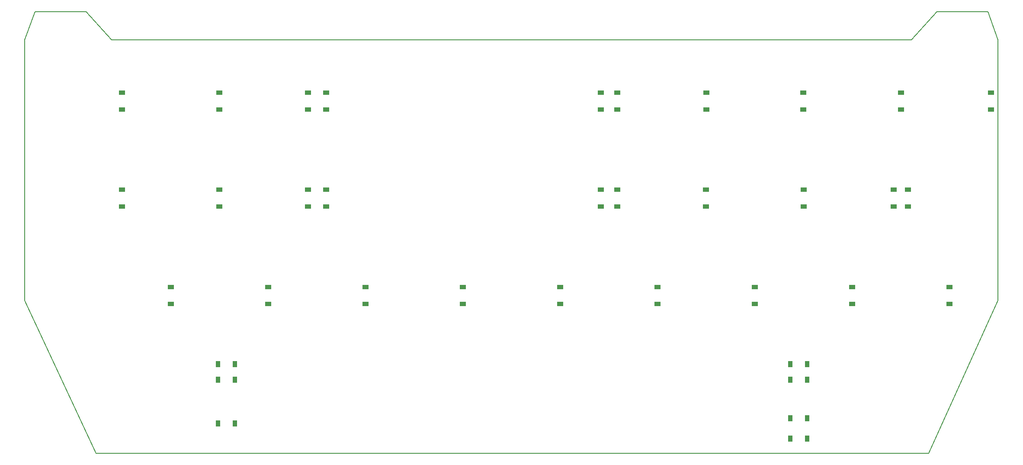
<source format=gbr>
G04 #@! TF.GenerationSoftware,KiCad,Pcbnew,(5.1.9)-1*
G04 #@! TF.CreationDate,2022-03-23T20:51:23-07:00*
G04 #@! TF.ProjectId,alphalpha_plus_v2,616c7068-616c-4706-9861-5f706c75735f,rev?*
G04 #@! TF.SameCoordinates,Original*
G04 #@! TF.FileFunction,Paste,Bot*
G04 #@! TF.FilePolarity,Positive*
%FSLAX46Y46*%
G04 Gerber Fmt 4.6, Leading zero omitted, Abs format (unit mm)*
G04 Created by KiCad (PCBNEW (5.1.9)-1) date 2022-03-23 20:51:23*
%MOMM*%
%LPD*%
G01*
G04 APERTURE LIST*
G04 #@! TA.AperFunction,Profile*
%ADD10C,0.200000*%
G04 #@! TD*
%ADD11R,1.200000X0.900000*%
%ADD12R,0.900000X1.200000*%
G04 APERTURE END LIST*
D10*
X19050000Y-19000000D02*
X19050000Y-70000000D01*
X33020000Y-99900000D02*
X196000000Y-99900000D01*
X21050000Y-13500000D02*
X31050000Y-13500000D01*
X209550000Y-19000000D02*
X209550000Y-70000000D01*
X19050000Y-70000000D02*
X33020000Y-99900000D01*
X196000000Y-99900000D02*
X209550000Y-70000000D01*
X19050000Y-19000000D02*
X21050000Y-13500000D01*
X31050000Y-13500000D02*
X36050000Y-19000000D01*
X209550000Y-19000000D02*
X207550000Y-13500000D01*
X197550000Y-13500000D02*
X207550000Y-13500000D01*
X197550000Y-13500000D02*
X192550000Y-19000000D01*
X36050000Y-19000000D02*
X192550000Y-19000000D01*
D11*
X38100000Y-29350000D03*
X38100000Y-32650000D03*
X57137300Y-32650000D03*
X57137300Y-29350000D03*
X74500000Y-29350000D03*
X74500000Y-32650000D03*
X78000000Y-32650000D03*
X78000000Y-29350000D03*
X131750000Y-32650000D03*
X131750000Y-29350000D03*
X135000000Y-32650000D03*
X135000000Y-29350000D03*
X152412700Y-32650000D03*
X152412700Y-29350000D03*
X171450000Y-29350000D03*
X171450000Y-32650000D03*
X190525400Y-29350000D03*
X190525400Y-32650000D03*
X208165700Y-29350000D03*
X208165700Y-32650000D03*
X38100000Y-51650000D03*
X38100000Y-48350000D03*
X57150000Y-48350000D03*
X57150000Y-51650000D03*
X74500000Y-51650000D03*
X74500000Y-48350000D03*
X78000000Y-51650000D03*
X78000000Y-48350000D03*
X131750000Y-48350000D03*
X131750000Y-51650000D03*
X135000000Y-51650000D03*
X135000000Y-48350000D03*
X152374600Y-48350000D03*
X152374600Y-51650000D03*
X171462700Y-51650000D03*
X171462700Y-48350000D03*
X189077600Y-51650000D03*
X189077600Y-48350000D03*
X191922400Y-48350000D03*
X191922400Y-51650000D03*
X47625000Y-67350000D03*
X47625000Y-70650000D03*
X66675000Y-70650000D03*
X66675000Y-67350000D03*
X85725000Y-67350000D03*
X85725000Y-70650000D03*
X104775000Y-70650000D03*
X104775000Y-67350000D03*
X123825000Y-67350000D03*
X123825000Y-70650000D03*
X142875000Y-67350000D03*
X142875000Y-70650000D03*
X161937700Y-70650000D03*
X161937700Y-67350000D03*
X180975000Y-67350000D03*
X180975000Y-70650000D03*
X200025000Y-70650000D03*
X200025000Y-67350000D03*
D12*
X172150000Y-97000000D03*
X168850000Y-97000000D03*
X56850000Y-85468400D03*
X60150000Y-85468400D03*
X172150000Y-85468400D03*
X168850000Y-85468400D03*
X60150000Y-82468400D03*
X56850000Y-82468400D03*
X60150000Y-94000000D03*
X56850000Y-94000000D03*
X168850000Y-93000000D03*
X172150000Y-93000000D03*
X168850000Y-82468400D03*
X172150000Y-82468400D03*
M02*

</source>
